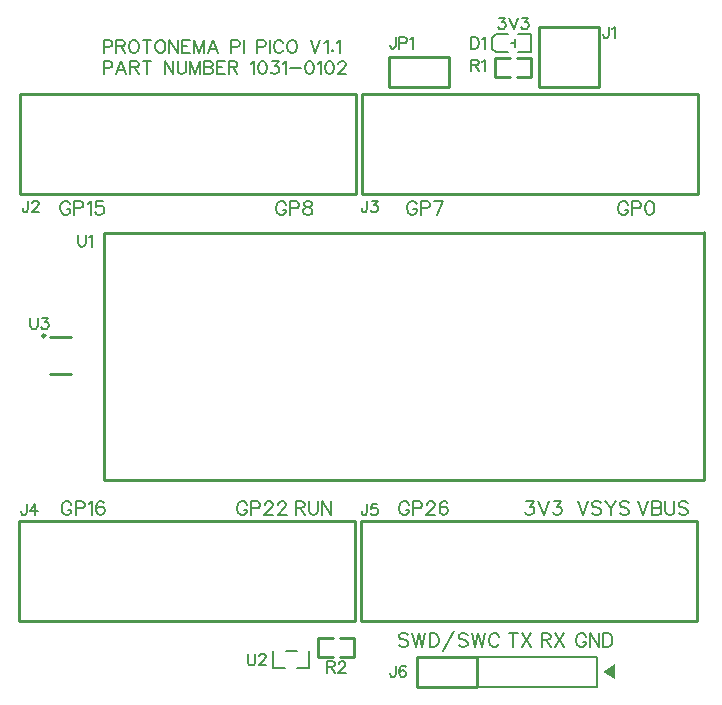
<source format=gto>
G04 Layer: TopSilkscreenLayer*
G04 EasyEDA v6.5.22, 2022-11-10 20:02:19*
G04 b67eade121014974844d0d31f71d52c0,5a6b42c53f6a479593ecc07194224c93,10*
G04 Gerber Generator version 0.2*
G04 Scale: 100 percent, Rotated: No, Reflected: No *
G04 Dimensions in millimeters *
G04 leading zeros omitted , absolute positions ,4 integer and 5 decimal *
%FSLAX45Y45*%
%MOMM*%

%ADD10C,0.1524*%
%ADD11C,0.2540*%
%ADD12C,0.2032*%
%ADD13C,0.2030*%
%ADD14C,0.1500*%
%ADD15C,0.0100*%

%LPD*%
D10*
X121665Y4241037D02*
G01*
X121665Y4168394D01*
X117094Y4154678D01*
X112521Y4150105D01*
X103378Y4145534D01*
X94487Y4145534D01*
X85344Y4150105D01*
X80771Y4154678D01*
X76200Y4168394D01*
X76200Y4177537D01*
X156210Y4218431D02*
G01*
X156210Y4223004D01*
X160781Y4231894D01*
X165354Y4236465D01*
X174497Y4241037D01*
X192531Y4241037D01*
X201676Y4236465D01*
X206247Y4231894D01*
X210820Y4223004D01*
X210820Y4213860D01*
X206247Y4204715D01*
X197104Y4191000D01*
X151637Y4145534D01*
X215392Y4145534D01*
X2991865Y4241037D02*
G01*
X2991865Y4168394D01*
X2987293Y4154678D01*
X2982722Y4150105D01*
X2973577Y4145534D01*
X2964688Y4145534D01*
X2955543Y4150105D01*
X2950972Y4154678D01*
X2946400Y4168394D01*
X2946400Y4177537D01*
X3030981Y4241037D02*
G01*
X3081020Y4241037D01*
X3053588Y4204715D01*
X3067304Y4204715D01*
X3076447Y4200144D01*
X3081020Y4195571D01*
X3085591Y4182110D01*
X3085591Y4172965D01*
X3081020Y4159250D01*
X3071875Y4150105D01*
X3058159Y4145534D01*
X3044697Y4145534D01*
X3030981Y4150105D01*
X3026409Y4154678D01*
X3021838Y4163821D01*
X108965Y1675637D02*
G01*
X108965Y1602994D01*
X104394Y1589278D01*
X99821Y1584705D01*
X90678Y1580134D01*
X81787Y1580134D01*
X72644Y1584705D01*
X68071Y1589278D01*
X63500Y1602994D01*
X63500Y1612137D01*
X184404Y1675637D02*
G01*
X138937Y1612137D01*
X207010Y1612137D01*
X184404Y1675637D02*
G01*
X184404Y1580134D01*
X2991865Y1675637D02*
G01*
X2991865Y1602994D01*
X2987293Y1589278D01*
X2982722Y1584705D01*
X2973577Y1580134D01*
X2964688Y1580134D01*
X2955543Y1584705D01*
X2950972Y1589278D01*
X2946400Y1602994D01*
X2946400Y1612137D01*
X3076447Y1675637D02*
G01*
X3030981Y1675637D01*
X3026409Y1634744D01*
X3030981Y1639315D01*
X3044697Y1643887D01*
X3058159Y1643887D01*
X3071875Y1639315D01*
X3081020Y1630171D01*
X3085591Y1616710D01*
X3085591Y1607565D01*
X3081020Y1593850D01*
X3071875Y1584705D01*
X3058159Y1580134D01*
X3044697Y1580134D01*
X3030981Y1584705D01*
X3026409Y1589278D01*
X3021838Y1598421D01*
X5199888Y4208526D02*
G01*
X5194554Y4219447D01*
X5183631Y4230370D01*
X5172709Y4235957D01*
X5150865Y4235957D01*
X5139943Y4230370D01*
X5129022Y4219447D01*
X5123434Y4208526D01*
X5118100Y4192270D01*
X5118100Y4165092D01*
X5123434Y4148581D01*
X5129022Y4137660D01*
X5139943Y4126737D01*
X5150865Y4121404D01*
X5172709Y4121404D01*
X5183631Y4126737D01*
X5194554Y4137660D01*
X5199888Y4148581D01*
X5199888Y4165092D01*
X5172709Y4165092D02*
G01*
X5199888Y4165092D01*
X5235956Y4235957D02*
G01*
X5235956Y4121404D01*
X5235956Y4235957D02*
G01*
X5284977Y4235957D01*
X5301488Y4230370D01*
X5306822Y4225036D01*
X5312156Y4214113D01*
X5312156Y4197604D01*
X5306822Y4186681D01*
X5301488Y4181347D01*
X5284977Y4176013D01*
X5235956Y4176013D01*
X5380990Y4235957D02*
G01*
X5364734Y4230370D01*
X5353811Y4214113D01*
X5348224Y4186681D01*
X5348224Y4170426D01*
X5353811Y4143247D01*
X5364734Y4126737D01*
X5380990Y4121404D01*
X5391911Y4121404D01*
X5408168Y4126737D01*
X5419090Y4143247D01*
X5424677Y4170426D01*
X5424677Y4186681D01*
X5419090Y4214113D01*
X5408168Y4230370D01*
X5391911Y4235957D01*
X5380990Y4235957D01*
X3411981Y4212132D02*
G01*
X3406647Y4223054D01*
X3395725Y4233976D01*
X3384804Y4239564D01*
X3362959Y4239564D01*
X3352038Y4233976D01*
X3341115Y4223054D01*
X3335527Y4212132D01*
X3330193Y4195876D01*
X3330193Y4168698D01*
X3335527Y4152188D01*
X3341115Y4141266D01*
X3352038Y4130344D01*
X3362959Y4125010D01*
X3384804Y4125010D01*
X3395725Y4130344D01*
X3406647Y4141266D01*
X3411981Y4152188D01*
X3411981Y4168698D01*
X3384804Y4168698D02*
G01*
X3411981Y4168698D01*
X3448050Y4239564D02*
G01*
X3448050Y4125010D01*
X3448050Y4239564D02*
G01*
X3497072Y4239564D01*
X3513581Y4233976D01*
X3518915Y4228642D01*
X3524250Y4217720D01*
X3524250Y4201210D01*
X3518915Y4190288D01*
X3513581Y4184954D01*
X3497072Y4179620D01*
X3448050Y4179620D01*
X3636772Y4239564D02*
G01*
X3582161Y4125010D01*
X3560318Y4239564D02*
G01*
X3636772Y4239564D01*
X2304288Y4208526D02*
G01*
X2298954Y4219447D01*
X2288031Y4230370D01*
X2277109Y4235957D01*
X2255265Y4235957D01*
X2244343Y4230370D01*
X2233422Y4219447D01*
X2227834Y4208526D01*
X2222500Y4192270D01*
X2222500Y4165092D01*
X2227834Y4148581D01*
X2233422Y4137660D01*
X2244343Y4126737D01*
X2255265Y4121404D01*
X2277109Y4121404D01*
X2288031Y4126737D01*
X2298954Y4137660D01*
X2304288Y4148581D01*
X2304288Y4165092D01*
X2277109Y4165092D02*
G01*
X2304288Y4165092D01*
X2340356Y4235957D02*
G01*
X2340356Y4121404D01*
X2340356Y4235957D02*
G01*
X2389377Y4235957D01*
X2405888Y4230370D01*
X2411222Y4225036D01*
X2416556Y4214113D01*
X2416556Y4197604D01*
X2411222Y4186681D01*
X2405888Y4181347D01*
X2389377Y4176013D01*
X2340356Y4176013D01*
X2480056Y4235957D02*
G01*
X2463545Y4230370D01*
X2458211Y4219447D01*
X2458211Y4208526D01*
X2463545Y4197604D01*
X2474468Y4192270D01*
X2496311Y4186681D01*
X2512568Y4181347D01*
X2523490Y4170426D01*
X2529077Y4159504D01*
X2529077Y4143247D01*
X2523490Y4132326D01*
X2518156Y4126737D01*
X2501645Y4121404D01*
X2480056Y4121404D01*
X2463545Y4126737D01*
X2458211Y4132326D01*
X2452624Y4143247D01*
X2452624Y4159504D01*
X2458211Y4170426D01*
X2469134Y4181347D01*
X2485390Y4186681D01*
X2507234Y4192270D01*
X2518156Y4197604D01*
X2523490Y4208526D01*
X2523490Y4219447D01*
X2518156Y4230370D01*
X2501645Y4235957D01*
X2480056Y4235957D01*
X478281Y4212132D02*
G01*
X472947Y4223054D01*
X462026Y4233976D01*
X451104Y4239564D01*
X429260Y4239564D01*
X418337Y4233976D01*
X407415Y4223054D01*
X401828Y4212132D01*
X396494Y4195876D01*
X396494Y4168698D01*
X401828Y4152188D01*
X407415Y4141266D01*
X418337Y4130344D01*
X429260Y4125010D01*
X451104Y4125010D01*
X462026Y4130344D01*
X472947Y4141266D01*
X478281Y4152188D01*
X478281Y4168698D01*
X451104Y4168698D02*
G01*
X478281Y4168698D01*
X514350Y4239564D02*
G01*
X514350Y4125010D01*
X514350Y4239564D02*
G01*
X563371Y4239564D01*
X579881Y4233976D01*
X585215Y4228642D01*
X590550Y4217720D01*
X590550Y4201210D01*
X585215Y4190288D01*
X579881Y4184954D01*
X563371Y4179620D01*
X514350Y4179620D01*
X626618Y4217720D02*
G01*
X637539Y4223054D01*
X654050Y4239564D01*
X654050Y4125010D01*
X755395Y4239564D02*
G01*
X700786Y4239564D01*
X695452Y4190288D01*
X700786Y4195876D01*
X717295Y4201210D01*
X733552Y4201210D01*
X750062Y4195876D01*
X760729Y4184954D01*
X766318Y4168698D01*
X766318Y4157776D01*
X760729Y4141266D01*
X750062Y4130344D01*
X733552Y4125010D01*
X717295Y4125010D01*
X700786Y4130344D01*
X695452Y4135932D01*
X689863Y4146854D01*
X488187Y1668526D02*
G01*
X482854Y1679447D01*
X471931Y1690370D01*
X461010Y1695957D01*
X439165Y1695957D01*
X428244Y1690370D01*
X417321Y1679447D01*
X411734Y1668526D01*
X406400Y1652270D01*
X406400Y1625092D01*
X411734Y1608581D01*
X417321Y1597660D01*
X428244Y1586737D01*
X439165Y1581404D01*
X461010Y1581404D01*
X471931Y1586737D01*
X482854Y1597660D01*
X488187Y1608581D01*
X488187Y1625092D01*
X461010Y1625092D02*
G01*
X488187Y1625092D01*
X524255Y1695957D02*
G01*
X524255Y1581404D01*
X524255Y1695957D02*
G01*
X573278Y1695957D01*
X589787Y1690370D01*
X595121Y1685036D01*
X600455Y1674113D01*
X600455Y1657604D01*
X595121Y1646681D01*
X589787Y1641347D01*
X573278Y1636013D01*
X524255Y1636013D01*
X636523Y1674113D02*
G01*
X647445Y1679447D01*
X663955Y1695957D01*
X663955Y1581404D01*
X765302Y1679447D02*
G01*
X759968Y1690370D01*
X743457Y1695957D01*
X732536Y1695957D01*
X716279Y1690370D01*
X705357Y1674113D01*
X699770Y1646681D01*
X699770Y1619504D01*
X705357Y1597660D01*
X716279Y1586737D01*
X732536Y1581404D01*
X738123Y1581404D01*
X754379Y1586737D01*
X765302Y1597660D01*
X770636Y1614170D01*
X770636Y1619504D01*
X765302Y1636013D01*
X754379Y1646681D01*
X738123Y1652270D01*
X732536Y1652270D01*
X716279Y1646681D01*
X705357Y1636013D01*
X699770Y1619504D01*
X3345688Y1668526D02*
G01*
X3340354Y1679447D01*
X3329431Y1690370D01*
X3318509Y1695957D01*
X3296665Y1695957D01*
X3285743Y1690370D01*
X3274822Y1679447D01*
X3269234Y1668526D01*
X3263900Y1652270D01*
X3263900Y1625092D01*
X3269234Y1608581D01*
X3274822Y1597660D01*
X3285743Y1586737D01*
X3296665Y1581404D01*
X3318509Y1581404D01*
X3329431Y1586737D01*
X3340354Y1597660D01*
X3345688Y1608581D01*
X3345688Y1625092D01*
X3318509Y1625092D02*
G01*
X3345688Y1625092D01*
X3381756Y1695957D02*
G01*
X3381756Y1581404D01*
X3381756Y1695957D02*
G01*
X3430777Y1695957D01*
X3447288Y1690370D01*
X3452622Y1685036D01*
X3457956Y1674113D01*
X3457956Y1657604D01*
X3452622Y1646681D01*
X3447288Y1641347D01*
X3430777Y1636013D01*
X3381756Y1636013D01*
X3499611Y1668526D02*
G01*
X3499611Y1674113D01*
X3504945Y1685036D01*
X3510534Y1690370D01*
X3521456Y1695957D01*
X3543045Y1695957D01*
X3553968Y1690370D01*
X3559556Y1685036D01*
X3564890Y1674113D01*
X3564890Y1663192D01*
X3559556Y1652270D01*
X3548634Y1636013D01*
X3494024Y1581404D01*
X3570477Y1581404D01*
X3671824Y1679447D02*
G01*
X3666490Y1690370D01*
X3649979Y1695957D01*
X3639058Y1695957D01*
X3622802Y1690370D01*
X3611879Y1674113D01*
X3606545Y1646681D01*
X3606545Y1619504D01*
X3611879Y1597660D01*
X3622802Y1586737D01*
X3639058Y1581404D01*
X3644645Y1581404D01*
X3660902Y1586737D01*
X3671824Y1597660D01*
X3677411Y1614170D01*
X3677411Y1619504D01*
X3671824Y1636013D01*
X3660902Y1646681D01*
X3644645Y1652270D01*
X3639058Y1652270D01*
X3622802Y1646681D01*
X3611879Y1636013D01*
X3606545Y1619504D01*
X3340354Y561847D02*
G01*
X3329431Y572770D01*
X3312922Y578357D01*
X3291077Y578357D01*
X3274822Y572770D01*
X3263900Y561847D01*
X3263900Y550926D01*
X3269234Y540004D01*
X3274822Y534670D01*
X3285743Y529081D01*
X3318509Y518413D01*
X3329431Y512826D01*
X3334765Y507492D01*
X3340354Y496570D01*
X3340354Y480060D01*
X3329431Y469137D01*
X3312922Y463804D01*
X3291077Y463804D01*
X3274822Y469137D01*
X3263900Y480060D01*
X3376168Y578357D02*
G01*
X3403600Y463804D01*
X3430777Y578357D02*
G01*
X3403600Y463804D01*
X3430777Y578357D02*
G01*
X3457956Y463804D01*
X3485388Y578357D02*
G01*
X3457956Y463804D01*
X3521456Y578357D02*
G01*
X3521456Y463804D01*
X3521456Y578357D02*
G01*
X3559556Y578357D01*
X3575811Y572770D01*
X3586734Y561847D01*
X3592322Y550926D01*
X3597656Y534670D01*
X3597656Y507492D01*
X3592322Y490981D01*
X3586734Y480060D01*
X3575811Y469137D01*
X3559556Y463804D01*
X3521456Y463804D01*
X3732022Y600202D02*
G01*
X3633724Y425450D01*
X3844290Y561847D02*
G01*
X3833368Y572770D01*
X3817111Y578357D01*
X3795268Y578357D01*
X3778758Y572770D01*
X3767836Y561847D01*
X3767836Y550926D01*
X3773424Y540004D01*
X3778758Y534670D01*
X3789679Y529081D01*
X3822445Y518413D01*
X3833368Y512826D01*
X3838702Y507492D01*
X3844290Y496570D01*
X3844290Y480060D01*
X3833368Y469137D01*
X3817111Y463804D01*
X3795268Y463804D01*
X3778758Y469137D01*
X3767836Y480060D01*
X3880358Y578357D02*
G01*
X3907536Y463804D01*
X3934713Y578357D02*
G01*
X3907536Y463804D01*
X3934713Y578357D02*
G01*
X3962145Y463804D01*
X3989324Y578357D02*
G01*
X3962145Y463804D01*
X4107179Y550926D02*
G01*
X4101591Y561847D01*
X4090924Y572770D01*
X4080002Y578357D01*
X4058158Y578357D01*
X4047236Y572770D01*
X4036313Y561847D01*
X4030725Y550926D01*
X4025391Y534670D01*
X4025391Y507492D01*
X4030725Y490981D01*
X4036313Y480060D01*
X4047236Y469137D01*
X4058158Y463804D01*
X4080002Y463804D01*
X4090924Y469137D01*
X4101591Y480060D01*
X4107179Y490981D01*
X4229100Y578357D02*
G01*
X4229100Y463804D01*
X4191000Y578357D02*
G01*
X4267454Y578357D01*
X4303268Y578357D02*
G01*
X4379722Y463804D01*
X4379722Y578357D02*
G01*
X4303268Y463804D01*
X4470400Y578357D02*
G01*
X4470400Y463804D01*
X4470400Y578357D02*
G01*
X4519422Y578357D01*
X4535931Y572770D01*
X4541265Y567436D01*
X4546854Y556513D01*
X4546854Y545592D01*
X4541265Y534670D01*
X4535931Y529081D01*
X4519422Y523747D01*
X4470400Y523747D01*
X4508500Y523747D02*
G01*
X4546854Y463804D01*
X4582668Y578357D02*
G01*
X4659122Y463804D01*
X4659122Y578357D02*
G01*
X4582668Y463804D01*
X2387600Y1695957D02*
G01*
X2387600Y1581404D01*
X2387600Y1695957D02*
G01*
X2436622Y1695957D01*
X2453131Y1690370D01*
X2458465Y1685036D01*
X2464054Y1674113D01*
X2464054Y1663192D01*
X2458465Y1652270D01*
X2453131Y1646681D01*
X2436622Y1641347D01*
X2387600Y1641347D01*
X2425700Y1641347D02*
G01*
X2464054Y1581404D01*
X2499868Y1695957D02*
G01*
X2499868Y1614170D01*
X2505456Y1597660D01*
X2516377Y1586737D01*
X2532634Y1581404D01*
X2543556Y1581404D01*
X2560065Y1586737D01*
X2570988Y1597660D01*
X2576322Y1614170D01*
X2576322Y1695957D01*
X2612390Y1695957D02*
G01*
X2612390Y1581404D01*
X2612390Y1695957D02*
G01*
X2688590Y1581404D01*
X2688590Y1695957D02*
G01*
X2688590Y1581404D01*
X5283200Y1695957D02*
G01*
X5326888Y1581404D01*
X5370575Y1695957D02*
G01*
X5326888Y1581404D01*
X5406390Y1695957D02*
G01*
X5406390Y1581404D01*
X5406390Y1695957D02*
G01*
X5455665Y1695957D01*
X5471922Y1690370D01*
X5477256Y1685036D01*
X5482843Y1674113D01*
X5482843Y1663192D01*
X5477256Y1652270D01*
X5471922Y1646681D01*
X5455665Y1641347D01*
X5406390Y1641347D02*
G01*
X5455665Y1641347D01*
X5471922Y1636013D01*
X5477256Y1630426D01*
X5482843Y1619504D01*
X5482843Y1603247D01*
X5477256Y1592326D01*
X5471922Y1586737D01*
X5455665Y1581404D01*
X5406390Y1581404D01*
X5518911Y1695957D02*
G01*
X5518911Y1614170D01*
X5524245Y1597660D01*
X5535168Y1586737D01*
X5551677Y1581404D01*
X5562345Y1581404D01*
X5578856Y1586737D01*
X5589777Y1597660D01*
X5595111Y1614170D01*
X5595111Y1695957D01*
X5707634Y1679447D02*
G01*
X5696711Y1690370D01*
X5680202Y1695957D01*
X5658358Y1695957D01*
X5642102Y1690370D01*
X5631179Y1679447D01*
X5631179Y1668526D01*
X5636768Y1657604D01*
X5642102Y1652270D01*
X5653024Y1646681D01*
X5685790Y1636013D01*
X5696711Y1630426D01*
X5702045Y1625092D01*
X5707634Y1614170D01*
X5707634Y1597660D01*
X5696711Y1586737D01*
X5680202Y1581404D01*
X5658358Y1581404D01*
X5642102Y1586737D01*
X5631179Y1597660D01*
X4341622Y1695957D02*
G01*
X4401565Y1695957D01*
X4368800Y1652270D01*
X4385309Y1652270D01*
X4396231Y1646681D01*
X4401565Y1641347D01*
X4407154Y1625092D01*
X4407154Y1614170D01*
X4401565Y1597660D01*
X4390643Y1586737D01*
X4374388Y1581404D01*
X4357877Y1581404D01*
X4341622Y1586737D01*
X4336034Y1592326D01*
X4330700Y1603247D01*
X4442968Y1695957D02*
G01*
X4486656Y1581404D01*
X4530343Y1695957D02*
G01*
X4486656Y1581404D01*
X4577334Y1695957D02*
G01*
X4637277Y1695957D01*
X4604511Y1652270D01*
X4620768Y1652270D01*
X4631690Y1646681D01*
X4637277Y1641347D01*
X4642611Y1625092D01*
X4642611Y1614170D01*
X4637277Y1597660D01*
X4626356Y1586737D01*
X4609845Y1581404D01*
X4593590Y1581404D01*
X4577334Y1586737D01*
X4571745Y1592326D01*
X4566411Y1603247D01*
X4775200Y1695957D02*
G01*
X4818888Y1581404D01*
X4862575Y1695957D02*
G01*
X4818888Y1581404D01*
X4974843Y1679447D02*
G01*
X4963922Y1690370D01*
X4947665Y1695957D01*
X4925822Y1695957D01*
X4909311Y1690370D01*
X4898390Y1679447D01*
X4898390Y1668526D01*
X4903977Y1657604D01*
X4909311Y1652270D01*
X4920234Y1646681D01*
X4953000Y1636013D01*
X4963922Y1630426D01*
X4969256Y1625092D01*
X4974843Y1614170D01*
X4974843Y1597660D01*
X4963922Y1586737D01*
X4947665Y1581404D01*
X4925822Y1581404D01*
X4909311Y1586737D01*
X4898390Y1597660D01*
X5010911Y1695957D02*
G01*
X5054345Y1641347D01*
X5054345Y1581404D01*
X5098034Y1695957D02*
G01*
X5054345Y1641347D01*
X5210556Y1679447D02*
G01*
X5199634Y1690370D01*
X5183124Y1695957D01*
X5161279Y1695957D01*
X5145024Y1690370D01*
X5134102Y1679447D01*
X5134102Y1668526D01*
X5139436Y1657604D01*
X5145024Y1652270D01*
X5155945Y1646681D01*
X5188711Y1636013D01*
X5199634Y1630426D01*
X5204968Y1625092D01*
X5210556Y1614170D01*
X5210556Y1597660D01*
X5199634Y1586737D01*
X5183124Y1581404D01*
X5161279Y1581404D01*
X5145024Y1586737D01*
X5134102Y1597660D01*
X762000Y5423915D02*
G01*
X762000Y5314950D01*
X762000Y5423915D02*
G01*
X808736Y5423915D01*
X824229Y5418836D01*
X829563Y5413502D01*
X834644Y5403087D01*
X834644Y5387594D01*
X829563Y5377179D01*
X824229Y5372100D01*
X808736Y5366765D01*
X762000Y5366765D01*
X910589Y5423915D02*
G01*
X868934Y5314950D01*
X910589Y5423915D02*
G01*
X952245Y5314950D01*
X884681Y5351271D02*
G01*
X936497Y5351271D01*
X986536Y5423915D02*
G01*
X986536Y5314950D01*
X986536Y5423915D02*
G01*
X1033271Y5423915D01*
X1048765Y5418836D01*
X1054100Y5413502D01*
X1059179Y5403087D01*
X1059179Y5392673D01*
X1054100Y5382260D01*
X1048765Y5377179D01*
X1033271Y5372100D01*
X986536Y5372100D01*
X1022857Y5372100D02*
G01*
X1059179Y5314950D01*
X1129792Y5423915D02*
G01*
X1129792Y5314950D01*
X1093470Y5423915D02*
G01*
X1166113Y5423915D01*
X1280413Y5423915D02*
G01*
X1280413Y5314950D01*
X1280413Y5423915D02*
G01*
X1353312Y5314950D01*
X1353312Y5423915D02*
G01*
X1353312Y5314950D01*
X1387602Y5423915D02*
G01*
X1387602Y5345937D01*
X1392681Y5330444D01*
X1403095Y5320029D01*
X1418589Y5314950D01*
X1429004Y5314950D01*
X1444752Y5320029D01*
X1455165Y5330444D01*
X1460245Y5345937D01*
X1460245Y5423915D01*
X1494536Y5423915D02*
G01*
X1494536Y5314950D01*
X1494536Y5423915D02*
G01*
X1536192Y5314950D01*
X1577594Y5423915D02*
G01*
X1536192Y5314950D01*
X1577594Y5423915D02*
G01*
X1577594Y5314950D01*
X1611884Y5423915D02*
G01*
X1611884Y5314950D01*
X1611884Y5423915D02*
G01*
X1658620Y5423915D01*
X1674368Y5418836D01*
X1679447Y5413502D01*
X1684781Y5403087D01*
X1684781Y5392673D01*
X1679447Y5382260D01*
X1674368Y5377179D01*
X1658620Y5372100D01*
X1611884Y5372100D02*
G01*
X1658620Y5372100D01*
X1674368Y5366765D01*
X1679447Y5361686D01*
X1684781Y5351271D01*
X1684781Y5335523D01*
X1679447Y5325110D01*
X1674368Y5320029D01*
X1658620Y5314950D01*
X1611884Y5314950D01*
X1719071Y5423915D02*
G01*
X1719071Y5314950D01*
X1719071Y5423915D02*
G01*
X1786636Y5423915D01*
X1719071Y5372100D02*
G01*
X1760473Y5372100D01*
X1719071Y5314950D02*
G01*
X1786636Y5314950D01*
X1820926Y5423915D02*
G01*
X1820926Y5314950D01*
X1820926Y5423915D02*
G01*
X1867662Y5423915D01*
X1883155Y5418836D01*
X1888489Y5413502D01*
X1893570Y5403087D01*
X1893570Y5392673D01*
X1888489Y5382260D01*
X1883155Y5377179D01*
X1867662Y5372100D01*
X1820926Y5372100D01*
X1857247Y5372100D02*
G01*
X1893570Y5314950D01*
X2007870Y5403087D02*
G01*
X2018284Y5408421D01*
X2033777Y5423915D01*
X2033777Y5314950D01*
X2099309Y5423915D02*
G01*
X2083815Y5418836D01*
X2073402Y5403087D01*
X2068068Y5377179D01*
X2068068Y5361686D01*
X2073402Y5335523D01*
X2083815Y5320029D01*
X2099309Y5314950D01*
X2109724Y5314950D01*
X2125218Y5320029D01*
X2135631Y5335523D01*
X2140965Y5361686D01*
X2140965Y5377179D01*
X2135631Y5403087D01*
X2125218Y5418836D01*
X2109724Y5423915D01*
X2099309Y5423915D01*
X2185670Y5423915D02*
G01*
X2242820Y5423915D01*
X2211577Y5382260D01*
X2227072Y5382260D01*
X2237486Y5377179D01*
X2242820Y5372100D01*
X2247900Y5356352D01*
X2247900Y5345937D01*
X2242820Y5330444D01*
X2232406Y5320029D01*
X2216658Y5314950D01*
X2201163Y5314950D01*
X2185670Y5320029D01*
X2180336Y5325110D01*
X2175256Y5335523D01*
X2282190Y5403087D02*
G01*
X2292604Y5408421D01*
X2308097Y5423915D01*
X2308097Y5314950D01*
X2342388Y5361686D02*
G01*
X2435859Y5361686D01*
X2501391Y5423915D02*
G01*
X2485897Y5418836D01*
X2475484Y5403087D01*
X2470150Y5377179D01*
X2470150Y5361686D01*
X2475484Y5335523D01*
X2485897Y5320029D01*
X2501391Y5314950D01*
X2511806Y5314950D01*
X2527300Y5320029D01*
X2537713Y5335523D01*
X2543047Y5361686D01*
X2543047Y5377179D01*
X2537713Y5403087D01*
X2527300Y5418836D01*
X2511806Y5423915D01*
X2501391Y5423915D01*
X2577338Y5403087D02*
G01*
X2587752Y5408421D01*
X2603245Y5423915D01*
X2603245Y5314950D01*
X2668777Y5423915D02*
G01*
X2653029Y5418836D01*
X2642870Y5403087D01*
X2637536Y5377179D01*
X2637536Y5361686D01*
X2642870Y5335523D01*
X2653029Y5320029D01*
X2668777Y5314950D01*
X2679191Y5314950D01*
X2694686Y5320029D01*
X2705100Y5335523D01*
X2710179Y5361686D01*
X2710179Y5377179D01*
X2705100Y5403087D01*
X2694686Y5418836D01*
X2679191Y5423915D01*
X2668777Y5423915D01*
X2749804Y5398007D02*
G01*
X2749804Y5403087D01*
X2754884Y5413502D01*
X2760218Y5418836D01*
X2770631Y5423915D01*
X2791459Y5423915D01*
X2801620Y5418836D01*
X2806954Y5413502D01*
X2812034Y5403087D01*
X2812034Y5392673D01*
X2806954Y5382260D01*
X2796540Y5366765D01*
X2744470Y5314950D01*
X2817368Y5314950D01*
X762000Y5601715D02*
G01*
X762000Y5492750D01*
X762000Y5601715D02*
G01*
X808736Y5601715D01*
X824229Y5596636D01*
X829563Y5591302D01*
X834644Y5580887D01*
X834644Y5565394D01*
X829563Y5554979D01*
X824229Y5549900D01*
X808736Y5544565D01*
X762000Y5544565D01*
X868934Y5601715D02*
G01*
X868934Y5492750D01*
X868934Y5601715D02*
G01*
X915670Y5601715D01*
X931418Y5596636D01*
X936497Y5591302D01*
X941831Y5580887D01*
X941831Y5570473D01*
X936497Y5560060D01*
X931418Y5554979D01*
X915670Y5549900D01*
X868934Y5549900D01*
X905510Y5549900D02*
G01*
X941831Y5492750D01*
X1007110Y5601715D02*
G01*
X996950Y5596636D01*
X986536Y5586221D01*
X981202Y5575807D01*
X976121Y5560060D01*
X976121Y5534152D01*
X981202Y5518657D01*
X986536Y5508244D01*
X996950Y5497829D01*
X1007110Y5492750D01*
X1027937Y5492750D01*
X1038352Y5497829D01*
X1048765Y5508244D01*
X1054100Y5518657D01*
X1059179Y5534152D01*
X1059179Y5560060D01*
X1054100Y5575807D01*
X1048765Y5586221D01*
X1038352Y5596636D01*
X1027937Y5601715D01*
X1007110Y5601715D01*
X1129792Y5601715D02*
G01*
X1129792Y5492750D01*
X1093470Y5601715D02*
G01*
X1166113Y5601715D01*
X1231645Y5601715D02*
G01*
X1221231Y5596636D01*
X1210818Y5586221D01*
X1205737Y5575807D01*
X1200404Y5560060D01*
X1200404Y5534152D01*
X1205737Y5518657D01*
X1210818Y5508244D01*
X1221231Y5497829D01*
X1231645Y5492750D01*
X1252473Y5492750D01*
X1262887Y5497829D01*
X1273302Y5508244D01*
X1278381Y5518657D01*
X1283715Y5534152D01*
X1283715Y5560060D01*
X1278381Y5575807D01*
X1273302Y5586221D01*
X1262887Y5596636D01*
X1252473Y5601715D01*
X1231645Y5601715D01*
X1318005Y5601715D02*
G01*
X1318005Y5492750D01*
X1318005Y5601715D02*
G01*
X1390650Y5492750D01*
X1390650Y5601715D02*
G01*
X1390650Y5492750D01*
X1424939Y5601715D02*
G01*
X1424939Y5492750D01*
X1424939Y5601715D02*
G01*
X1492504Y5601715D01*
X1424939Y5549900D02*
G01*
X1466595Y5549900D01*
X1424939Y5492750D02*
G01*
X1492504Y5492750D01*
X1526794Y5601715D02*
G01*
X1526794Y5492750D01*
X1526794Y5601715D02*
G01*
X1568450Y5492750D01*
X1609852Y5601715D02*
G01*
X1568450Y5492750D01*
X1609852Y5601715D02*
G01*
X1609852Y5492750D01*
X1685797Y5601715D02*
G01*
X1644142Y5492750D01*
X1685797Y5601715D02*
G01*
X1727200Y5492750D01*
X1659889Y5529071D02*
G01*
X1711705Y5529071D01*
X1841500Y5601715D02*
G01*
X1841500Y5492750D01*
X1841500Y5601715D02*
G01*
X1888489Y5601715D01*
X1903984Y5596636D01*
X1909063Y5591302D01*
X1914397Y5580887D01*
X1914397Y5565394D01*
X1909063Y5554979D01*
X1903984Y5549900D01*
X1888489Y5544565D01*
X1841500Y5544565D01*
X1948688Y5601715D02*
G01*
X1948688Y5492750D01*
X2062988Y5601715D02*
G01*
X2062988Y5492750D01*
X2062988Y5601715D02*
G01*
X2109724Y5601715D01*
X2125218Y5596636D01*
X2130552Y5591302D01*
X2135631Y5580887D01*
X2135631Y5565394D01*
X2130552Y5554979D01*
X2125218Y5549900D01*
X2109724Y5544565D01*
X2062988Y5544565D01*
X2169922Y5601715D02*
G01*
X2169922Y5492750D01*
X2282190Y5575807D02*
G01*
X2277109Y5586221D01*
X2266695Y5596636D01*
X2256281Y5601715D01*
X2235454Y5601715D01*
X2225040Y5596636D01*
X2214625Y5586221D01*
X2209545Y5575807D01*
X2204211Y5560060D01*
X2204211Y5534152D01*
X2209545Y5518657D01*
X2214625Y5508244D01*
X2225040Y5497829D01*
X2235454Y5492750D01*
X2256281Y5492750D01*
X2266695Y5497829D01*
X2277109Y5508244D01*
X2282190Y5518657D01*
X2347722Y5601715D02*
G01*
X2337308Y5596636D01*
X2326893Y5586221D01*
X2321559Y5575807D01*
X2316479Y5560060D01*
X2316479Y5534152D01*
X2321559Y5518657D01*
X2326893Y5508244D01*
X2337308Y5497829D01*
X2347722Y5492750D01*
X2368550Y5492750D01*
X2378709Y5497829D01*
X2389124Y5508244D01*
X2394458Y5518657D01*
X2399538Y5534152D01*
X2399538Y5560060D01*
X2394458Y5575807D01*
X2389124Y5586221D01*
X2378709Y5596636D01*
X2368550Y5601715D01*
X2347722Y5601715D01*
X2513838Y5601715D02*
G01*
X2555493Y5492750D01*
X2597150Y5601715D02*
G01*
X2555493Y5492750D01*
X2631440Y5580887D02*
G01*
X2641600Y5586221D01*
X2657347Y5601715D01*
X2657347Y5492750D01*
X2696718Y5518657D02*
G01*
X2691638Y5513323D01*
X2696718Y5508244D01*
X2702052Y5513323D01*
X2696718Y5518657D01*
X2736341Y5580887D02*
G01*
X2746756Y5586221D01*
X2762250Y5601715D01*
X2762250Y5492750D01*
X1974088Y1668526D02*
G01*
X1968754Y1679447D01*
X1957831Y1690370D01*
X1946909Y1695957D01*
X1925065Y1695957D01*
X1914144Y1690370D01*
X1903221Y1679447D01*
X1897634Y1668526D01*
X1892300Y1652270D01*
X1892300Y1625092D01*
X1897634Y1608581D01*
X1903221Y1597660D01*
X1914144Y1586737D01*
X1925065Y1581404D01*
X1946909Y1581404D01*
X1957831Y1586737D01*
X1968754Y1597660D01*
X1974088Y1608581D01*
X1974088Y1625092D01*
X1946909Y1625092D02*
G01*
X1974088Y1625092D01*
X2010156Y1695957D02*
G01*
X2010156Y1581404D01*
X2010156Y1695957D02*
G01*
X2059177Y1695957D01*
X2075688Y1690370D01*
X2081022Y1685036D01*
X2086356Y1674113D01*
X2086356Y1657604D01*
X2081022Y1646681D01*
X2075688Y1641347D01*
X2059177Y1636013D01*
X2010156Y1636013D01*
X2128011Y1668526D02*
G01*
X2128011Y1674113D01*
X2133345Y1685036D01*
X2138934Y1690370D01*
X2149856Y1695957D01*
X2171445Y1695957D01*
X2182368Y1690370D01*
X2187956Y1685036D01*
X2193290Y1674113D01*
X2193290Y1663192D01*
X2187956Y1652270D01*
X2177034Y1636013D01*
X2122424Y1581404D01*
X2198877Y1581404D01*
X2240279Y1668526D02*
G01*
X2240279Y1674113D01*
X2245868Y1685036D01*
X2251202Y1690370D01*
X2262124Y1695957D01*
X2283968Y1695957D01*
X2294890Y1690370D01*
X2300224Y1685036D01*
X2305811Y1674113D01*
X2305811Y1663192D01*
X2300224Y1652270D01*
X2289302Y1636013D01*
X2234945Y1581404D01*
X2311145Y1581404D01*
X4111243Y5790437D02*
G01*
X4161281Y5790437D01*
X4133850Y5754115D01*
X4147565Y5754115D01*
X4156709Y5749544D01*
X4161281Y5744971D01*
X4165854Y5731510D01*
X4165854Y5722365D01*
X4161281Y5708650D01*
X4152138Y5699505D01*
X4138422Y5694934D01*
X4124706Y5694934D01*
X4111243Y5699505D01*
X4106672Y5704078D01*
X4102100Y5713221D01*
X4195825Y5790437D02*
G01*
X4232147Y5694934D01*
X4268470Y5790437D02*
G01*
X4232147Y5694934D01*
X4307586Y5790437D02*
G01*
X4357624Y5790437D01*
X4330191Y5754115D01*
X4343908Y5754115D01*
X4353052Y5749544D01*
X4357624Y5744971D01*
X4362195Y5731510D01*
X4362195Y5722365D01*
X4357624Y5708650D01*
X4348479Y5699505D01*
X4334763Y5694934D01*
X4321302Y5694934D01*
X4307586Y5699505D01*
X4303013Y5704078D01*
X4298441Y5713221D01*
X546100Y3948937D02*
G01*
X546100Y3880865D01*
X550671Y3867150D01*
X559815Y3858005D01*
X573278Y3853434D01*
X582421Y3853434D01*
X596137Y3858005D01*
X605281Y3867150D01*
X609854Y3880865D01*
X609854Y3948937D01*
X639826Y3930904D02*
G01*
X648715Y3935476D01*
X662431Y3948937D01*
X662431Y3853434D01*
X4844288Y550926D02*
G01*
X4838954Y561847D01*
X4828031Y572770D01*
X4817109Y578357D01*
X4795265Y578357D01*
X4784343Y572770D01*
X4773422Y561847D01*
X4767834Y550926D01*
X4762500Y534670D01*
X4762500Y507492D01*
X4767834Y490981D01*
X4773422Y480060D01*
X4784343Y469137D01*
X4795265Y463804D01*
X4817109Y463804D01*
X4828031Y469137D01*
X4838954Y480060D01*
X4844288Y490981D01*
X4844288Y507492D01*
X4817109Y507492D02*
G01*
X4844288Y507492D01*
X4880356Y578357D02*
G01*
X4880356Y463804D01*
X4880356Y578357D02*
G01*
X4956556Y463804D01*
X4956556Y578357D02*
G01*
X4956556Y463804D01*
X4992624Y578357D02*
G01*
X4992624Y463804D01*
X4992624Y578357D02*
G01*
X5030977Y578357D01*
X5047234Y572770D01*
X5058156Y561847D01*
X5063490Y550926D01*
X5069077Y534670D01*
X5069077Y507492D01*
X5063490Y490981D01*
X5058156Y480060D01*
X5047234Y469137D01*
X5030977Y463804D01*
X4992624Y463804D01*
X5036565Y5714237D02*
G01*
X5036565Y5641594D01*
X5031993Y5627878D01*
X5027422Y5623305D01*
X5018277Y5618734D01*
X5009388Y5618734D01*
X5000243Y5623305D01*
X4995672Y5627878D01*
X4991100Y5641594D01*
X4991100Y5650737D01*
X5066538Y5696204D02*
G01*
X5075681Y5700776D01*
X5089397Y5714237D01*
X5089397Y5618734D01*
X3233165Y5625337D02*
G01*
X3233165Y5552694D01*
X3228593Y5538978D01*
X3224022Y5534405D01*
X3214877Y5529834D01*
X3205988Y5529834D01*
X3196843Y5534405D01*
X3192272Y5538978D01*
X3187700Y5552694D01*
X3187700Y5561837D01*
X3263138Y5625337D02*
G01*
X3263138Y5529834D01*
X3263138Y5625337D02*
G01*
X3304031Y5625337D01*
X3317747Y5620765D01*
X3322320Y5616194D01*
X3326891Y5607304D01*
X3326891Y5593587D01*
X3322320Y5584444D01*
X3317747Y5579871D01*
X3304031Y5575300D01*
X3263138Y5575300D01*
X3356863Y5607304D02*
G01*
X3366008Y5611876D01*
X3379470Y5625337D01*
X3379470Y5529834D01*
X139700Y3250437D02*
G01*
X139700Y3182365D01*
X144271Y3168650D01*
X153415Y3159505D01*
X166878Y3154934D01*
X176021Y3154934D01*
X189737Y3159505D01*
X198881Y3168650D01*
X203454Y3182365D01*
X203454Y3250437D01*
X242315Y3250437D02*
G01*
X292354Y3250437D01*
X265176Y3214115D01*
X278892Y3214115D01*
X287781Y3209544D01*
X292354Y3204971D01*
X296926Y3191510D01*
X296926Y3182365D01*
X292354Y3168650D01*
X283210Y3159505D01*
X269747Y3154934D01*
X256031Y3154934D01*
X242315Y3159505D01*
X237997Y3164078D01*
X233426Y3173221D01*
X2654300Y342137D02*
G01*
X2654300Y246634D01*
X2654300Y342137D02*
G01*
X2695193Y342137D01*
X2708909Y337565D01*
X2713481Y332994D01*
X2718054Y324104D01*
X2718054Y314960D01*
X2713481Y305815D01*
X2708909Y301244D01*
X2695193Y296671D01*
X2654300Y296671D01*
X2686050Y296671D02*
G01*
X2718054Y246634D01*
X2752597Y319531D02*
G01*
X2752597Y324104D01*
X2756915Y332994D01*
X2761488Y337565D01*
X2770631Y342137D01*
X2788920Y342137D01*
X2797809Y337565D01*
X2802381Y332994D01*
X2806954Y324104D01*
X2806954Y314960D01*
X2802381Y305815D01*
X2793491Y292100D01*
X2748025Y246634D01*
X2811525Y246634D01*
X1981200Y405637D02*
G01*
X1981200Y337565D01*
X1985772Y323850D01*
X1994915Y314705D01*
X2008377Y310134D01*
X2017522Y310134D01*
X2031238Y314705D01*
X2040381Y323850D01*
X2044954Y337565D01*
X2044954Y405637D01*
X2079497Y383031D02*
G01*
X2079497Y387604D01*
X2083815Y396494D01*
X2088388Y401065D01*
X2097531Y405637D01*
X2115820Y405637D01*
X2124709Y401065D01*
X2129281Y396494D01*
X2133854Y387604D01*
X2133854Y378460D01*
X2129281Y369315D01*
X2120391Y355600D01*
X2074925Y310134D01*
X2138425Y310134D01*
X3233165Y304037D02*
G01*
X3233165Y231394D01*
X3228593Y217678D01*
X3224022Y213105D01*
X3214877Y208534D01*
X3205988Y208534D01*
X3196843Y213105D01*
X3192272Y217678D01*
X3187700Y231394D01*
X3187700Y240537D01*
X3317747Y290576D02*
G01*
X3313175Y299465D01*
X3299459Y304037D01*
X3290315Y304037D01*
X3276854Y299465D01*
X3267709Y286004D01*
X3263138Y263144D01*
X3263138Y240537D01*
X3267709Y222250D01*
X3276854Y213105D01*
X3290315Y208534D01*
X3294888Y208534D01*
X3308604Y213105D01*
X3317747Y222250D01*
X3322320Y235965D01*
X3322320Y240537D01*
X3317747Y254000D01*
X3308604Y263144D01*
X3294888Y267715D01*
X3290315Y267715D01*
X3276854Y263144D01*
X3267709Y254000D01*
X3263138Y240537D01*
X3873500Y5625337D02*
G01*
X3873500Y5529834D01*
X3873500Y5625337D02*
G01*
X3905250Y5625337D01*
X3918965Y5620765D01*
X3928109Y5611876D01*
X3932681Y5602731D01*
X3937254Y5589015D01*
X3937254Y5566410D01*
X3932681Y5552694D01*
X3928109Y5543550D01*
X3918965Y5534405D01*
X3905250Y5529834D01*
X3873500Y5529834D01*
X3967225Y5607304D02*
G01*
X3976115Y5611876D01*
X3989831Y5625337D01*
X3989831Y5529834D01*
X3873500Y5434837D02*
G01*
X3873500Y5339334D01*
X3873500Y5434837D02*
G01*
X3914393Y5434837D01*
X3928109Y5430265D01*
X3932681Y5425694D01*
X3937254Y5416804D01*
X3937254Y5407660D01*
X3932681Y5398515D01*
X3928109Y5393944D01*
X3914393Y5389371D01*
X3873500Y5389371D01*
X3905250Y5389371D02*
G01*
X3937254Y5339334D01*
X3967225Y5416804D02*
G01*
X3976115Y5421376D01*
X3989831Y5434837D01*
X3989831Y5339334D01*
G36*
X5092700Y317500D02*
G01*
X4991100Y254000D01*
X5092700Y190500D01*
G37*
D11*
X3683000Y5461000D02*
G01*
X3683000Y5207000D01*
X3175000Y5207000D01*
X3175000Y5461000D01*
X3683000Y5461000D01*
X3683000Y5207000D01*
X3924300Y381000D02*
G01*
X3924300Y127000D01*
X3416300Y127000D01*
X3416300Y381000D01*
X3924300Y381000D01*
X3924300Y127000D01*
X5842000Y1873194D02*
G01*
X762000Y1873194D01*
X762000Y3968750D02*
G01*
X762000Y1873250D01*
X5842000Y3970995D02*
G01*
X762000Y3970995D01*
X5842000Y3975100D02*
G01*
X5842000Y1879600D01*
X483699Y2778709D02*
G01*
X303697Y2778709D01*
X483699Y3088711D02*
G01*
X303697Y3088711D01*
X2885561Y537712D02*
G01*
X2885561Y377708D01*
X2575504Y537202D02*
G01*
X2575504Y377197D01*
X2760565Y377708D02*
G01*
X2885561Y377708D01*
X2760565Y537712D02*
G01*
X2885561Y537712D01*
X2700507Y377197D02*
G01*
X2575504Y377197D01*
X2700507Y537202D02*
G01*
X2575504Y537202D01*
D10*
X2196879Y428221D02*
G01*
X2196879Y282978D01*
X2300041Y282978D01*
X2502120Y428221D02*
G01*
X2502120Y282978D01*
X2398958Y282978D01*
X2303960Y428221D02*
G01*
X2395039Y428221D01*
D12*
X3924300Y127000D02*
G01*
X3924300Y381000D01*
X4940300Y381000D01*
X4940300Y127000D01*
X4749800Y127000D01*
D13*
X3924300Y127000D02*
G01*
X4749800Y127000D01*
D14*
X4246100Y5575523D02*
G01*
X4212099Y5575523D01*
X4054093Y5540296D02*
G01*
X4054093Y5530293D01*
X4084088Y5500291D01*
X4269094Y5650298D02*
G01*
X4384095Y5650298D01*
X4269094Y5500291D02*
G01*
X4384095Y5500291D01*
X4189095Y5650298D02*
G01*
X4084088Y5650298D01*
X4189095Y5500291D02*
G01*
X4084088Y5500291D01*
X4384095Y5650285D02*
G01*
X4384095Y5502295D01*
X4054093Y5610288D02*
G01*
X4054093Y5540296D01*
X4054093Y5610288D02*
G01*
X4054093Y5620303D01*
X4084088Y5650298D01*
X4246100Y5610296D02*
G01*
X4246100Y5542297D01*
D11*
X4074038Y5291587D02*
G01*
X4074038Y5451591D01*
X4384095Y5292097D02*
G01*
X4384095Y5452102D01*
X4199034Y5451591D02*
G01*
X4074038Y5451591D01*
X4199034Y5291587D02*
G01*
X4074038Y5291587D01*
X4259092Y5452102D02*
G01*
X4384095Y5452102D01*
X4259092Y5292097D02*
G01*
X4384095Y5292097D01*
G75*
G01
X266700Y3098800D02*
G03X266700Y3098800I-12700J0D01*
X50800Y5145811D02*
G01*
X2900806Y5145811D01*
X2900806Y4295800D01*
X50800Y4295800D01*
X50800Y5145811D01*
X4445000Y5715000D02*
G01*
X4953000Y5715000D01*
X4953000Y5207000D01*
X4445000Y5207000D01*
X4445000Y5715000D01*
X2946400Y5145811D02*
G01*
X5796406Y5145811D01*
X5796406Y4295800D01*
X2946400Y4295800D01*
X2946400Y5145811D01*
X42798Y1529892D02*
G01*
X2892806Y1529892D01*
X2892806Y679881D01*
X42798Y679881D01*
X42798Y1529892D01*
X2938399Y1529892D02*
G01*
X5788406Y1529892D01*
X5788406Y679881D01*
X2938399Y679881D01*
X2938399Y1529892D01*
M02*

</source>
